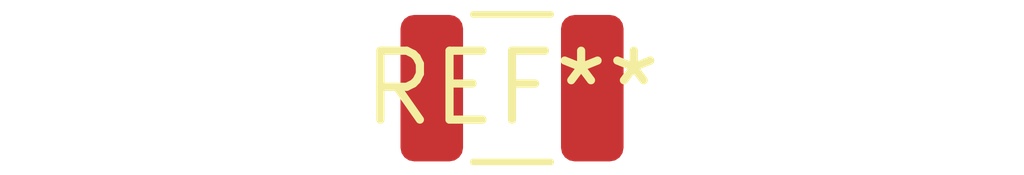
<source format=kicad_pcb>
(kicad_pcb (version 20240108) (generator pcbnew)
  (layers (0 "F.Cu" signal) (31 "B.Cu" signal) (34 "B.Paste" user) (35 "F.Paste" user) (36 "B.SilkS" user "B.Silkscreen") (37 "F.SilkS" user "F.Silkscreen") (38 "B.Mask" user) (39 "F.Mask" user) (44 "Edge.Cuts" user))
  (net 0 "")
  (footprint "C_1210_3225Metric" (layer "F.Cu") (at 0 0)
    (property "Reference" "REF**")
    (property "Value" "C_1210_3225Metric")
    (fp_line (start -0.711252 -1.36) (end 0.711252 -1.36) (layer "F.SilkS") (stroke (width 0.12)))
    (fp_line (start -0.711252 1.36) (end 0.711252 1.36) (layer "F.SilkS") (stroke (width 0.12)))
    (pad "1" smd roundrect (at -1.475 0) (size 1.15 2.7) (layers "F.Cu" "F.Paste" "F.Mask") (roundrect_rratio 0.217391))
    (pad "2" smd roundrect (at 1.475 0) (size 1.15 2.7) (layers "F.Cu" "F.Paste" "F.Mask") (roundrect_rratio 0.217391))
  )
)
</source>
